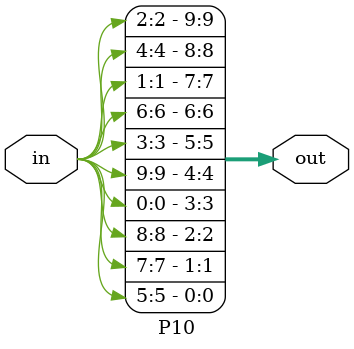
<source format=v>
module P10 (in, out);
input [0:9] in;
output [0:9] out;

assign out = {in[3-1], in[5-1], in[2-1], in[7-1], in[4-1], in[10-1], in[1-1], in[9-1], in[8-1], in[6-1]}; 
endmodule

</source>
